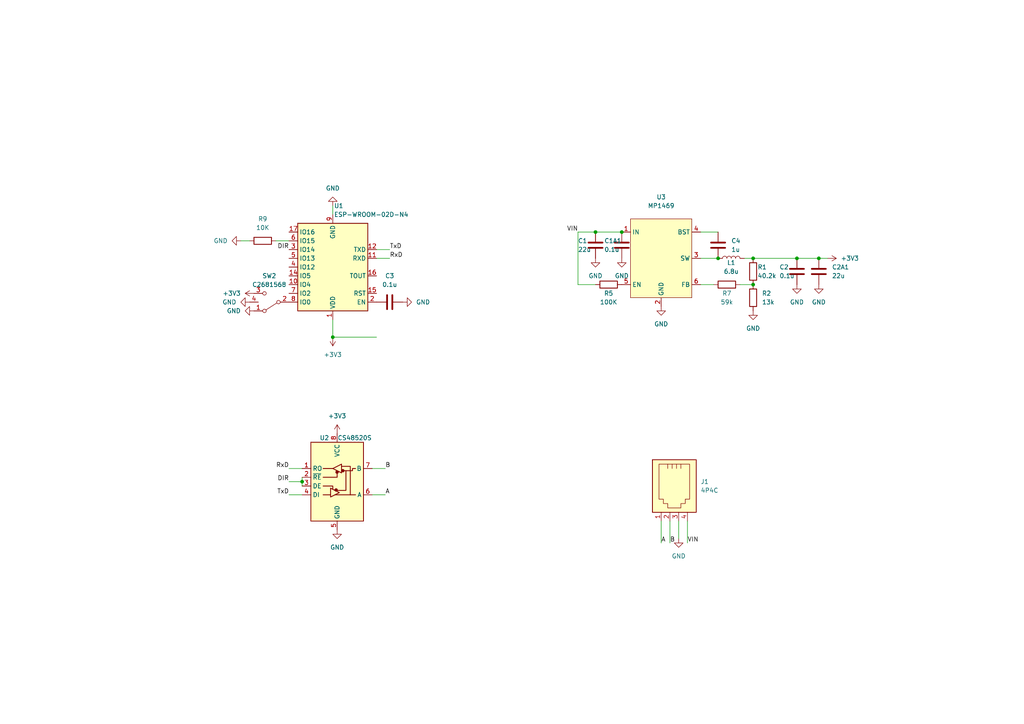
<source format=kicad_sch>
(kicad_sch (version 20230121) (generator eeschema)
  (paper "A4")
  (title_block (title "Vi-Fi") (rev "0"))
  (lib_symbols
    (symbol "Connector:4P4C" (pin_names (offset 1.016))
      (property "Reference" "J" (at -5.08 8.89 0))
      (property "Value" "4P4C" (at 2.54 8.89 0))
      (symbol "4P4C_0_1"
        (polyline (pts (xy -6.35 -0.635) (xy -5.08 -0.635) (xy -5.08 -0.635)))
        (polyline (pts (xy -6.35 0.635) (xy -5.08 0.635) (xy -5.08 0.635)))
        (polyline (pts (xy -6.35 1.905) (xy -5.08 1.905) (xy -5.08 1.905)))
        (polyline (pts (xy -6.35 3.175) (xy -5.08 3.175) (xy -5.08 3.175)))
        (polyline (pts (xy -6.35 -3.175) (xy -6.35 5.715) (xy -1.27 5.715) (xy 3.81 5.715) (xy 3.81 4.445) (xy 5.08 4.445) (xy 5.08 3.175) (xy 6.35 3.175) (xy 6.35 -0.635) (xy 5.08 -0.635) (xy 5.08 -1.905) (xy 3.81 -1.905) (xy 3.81 -3.175) (xy -6.35 -3.175) (xy -6.35 -3.175)))
        (rectangle (start 7.62 7.62) (end -7.62 -5.08) (stroke (width 0.254)) (fill (type background)))
      )
      (symbol "4P4C_1_1"
        (pin passive line (at 10.16 -2.54 180) (length 2.54) (name "~") (number "1"))
        (pin passive line (at 10.16 0 180) (length 2.54) (name "~") (number "2"))
        (pin passive line (at 10.16 2.54 180) (length 2.54) (name "~") (number "3"))
        (pin passive line (at 10.16 5.08 180) (length 2.54) (name "~") (number "4"))
      )
    )
    (symbol "Device:C" (pin_numbers hide) (pin_names (offset 0.254))
      (property "Reference" "C" (at 0.635 2.54 0))
      (property "Value" "C" (at 0.635 -2.54 0))
      (symbol "C_0_1"
        (polyline (pts (xy -2.032 -0.762) (xy 2.032 -0.762)) (stroke (width 0.508)))
        (polyline (pts (xy -2.032 0.762) (xy 2.032 0.762)) (stroke (width 0.508)))
      )
      (symbol "C_1_1"
        (pin passive line (at 0 3.81 270) (length 2.794) (name "~") (number "1"))
        (pin passive line (at 0 -3.81 90) (length 2.794) (name "~") (number "2"))
      )
    )
    (symbol "Device:L" (pin_numbers hide) (pin_names (offset 1.016) hide)
      (property "Reference" "L" (at -1.27 0 90))
      (property "Value" "L" (at 1.905 0 90))
      (symbol "L_0_1"
        (arc (start 0 -2.54) (mid 0.6323 -1.905) (end 0 -1.27))
        (arc (start 0 -1.27) (mid 0.6323 -0.635) (end 0 0))
        (arc (start 0 0) (mid 0.6323 0.635) (end 0 1.27))
        (arc (start 0 1.27) (mid 0.6323 1.905) (end 0 2.54))
      )
      (symbol "L_1_1"
        (pin passive line (at 0 3.81 270) (length 1.27) (name "1") (number "1"))
        (pin passive line (at 0 -3.81 90) (length 1.27) (name "2") (number "2"))
      )
    )
    (symbol "Device:R" (pin_numbers hide) (pin_names (offset 0))
      (property "Reference" "R" (at 2.032 0 90))
      (property "Value" "R" (at 0 0 90))
      (symbol "R_0_1"
        (rectangle (start -1.016 -2.54) (end 1.016 2.54) (stroke (width 0.254)))
      )
      (symbol "R_1_1"
        (pin passive line (at 0 3.81 270) (length 1.27) (name "~") (number "1"))
        (pin passive line (at 0 -3.81 90) (length 1.27) (name "~") (number "2"))
      )
    )
    (symbol "RF_Module:ESP-WROOM-02"
      (property "Reference" "U" (at -7.62 13.97 0))
      (property "Value" "ESP-WROOM-02" (at 10.16 13.97 0))
      (symbol "ESP-WROOM-02_0_1"
        (rectangle (start 10.16 12.7) (end -10.16 -12.7) (stroke (width 0.254)) (fill (type background)))
      )
      (symbol "ESP-WROOM-02_1_1"
        (pin power_in line (at 0 15.24 270) (length 2.54) (name "VDD") (number "1"))
        (pin bidirectional line (at 12.7 5.08 180) (length 2.54) (name "IO4") (number "10"))
        (pin bidirectional line (at -12.7 -2.54 0) (length 2.54) (name "RXD") (number "11"))
        (pin bidirectional line (at -12.7 -5.08 0) (length 2.54) (name "TXD") (number "12"))
        (pin passive line (at 0 -15.24 90) (length 2.54) hide (name "GND") (number "13"))
        (pin bidirectional line (at 12.7 2.54 180) (length 2.54) (name "IO5") (number "14"))
        (pin input line (at -12.7 7.62 0) (length 2.54) (name "RST") (number "15"))
        (pin input line (at -12.7 2.54 0) (length 2.54) (name "TOUT") (number "16"))
        (pin bidirectional line (at 12.7 -10.16 180) (length 2.54) (name "IO16") (number "17"))
        (pin passive line (at 0 -15.24 90) (length 2.54) hide (name "GND") (number "18"))
        (pin passive line (at 0 -15.24 90) (length 2.54) hide (name "GND") (number "19"))
        (pin input line (at -12.7 10.16 0) (length 2.54) (name "EN") (number "2"))
        (pin bidirectional line (at 12.7 -5.08 180) (length 2.54) (name "IO14") (number "3"))
        (pin bidirectional line (at 12.7 0 180) (length 2.54) (name "IO12") (number "4"))
        (pin bidirectional line (at 12.7 -2.54 180) (length 2.54) (name "IO13") (number "5"))
        (pin bidirectional line (at 12.7 -7.62 180) (length 2.54) (name "IO15") (number "6"))
        (pin bidirectional line (at 12.7 7.62 180) (length 2.54) (name "IO2") (number "7"))
        (pin bidirectional line (at 12.7 10.16 180) (length 2.54) (name "IO0") (number "8"))
        (pin power_in line (at 0 -15.24 90) (length 2.54) (name "GND") (number "9"))
      )
    )
    (symbol "Vi-Fi_Parts:C2681568" (pin_names (offset 0) hide)
      (property "Reference" "SW" (at 0 4.318 0))
      (property "Value" "C2681568" (at 0 -5.08 0))
      (symbol "C2681568_0_0"
        (circle (center -2.032 0) (radius 0.508))
        (circle (center 2.032 -2.54) (radius 0.508))
      )
      (symbol "C2681568_0_1"
        (polyline (pts (xy -1.524 0.254) (xy 1.651 2.286)))
        (circle (center 2.032 2.54) (radius 0.508))
      )
      (symbol "C2681568_1_1"
        (pin passive line (at 5.08 2.54 180) (length 2.54) (name "A") (number "1"))
        (pin passive line (at -5.08 0 0) (length 2.54) (name "B") (number "2"))
        (pin passive line (at 5.08 -2.54 180) (length 2.54) (name "C") (number "3"))
        (pin power_in line (at 6.35 0 180) (length 2.54) (name "GND") (number "4"))
      )
    )
    (symbol "Vi-Fi_Parts:CS48520S"
      (property "Reference" "U" (at -6.35 12.7 0))
      (property "Value" "CS48520S" (at 5.08 12.7 0))
      (symbol "CS48520S_0_1"
        (rectangle (start -7.62 11.43) (end 7.62 -11.43) (stroke (width 0.254)) (fill (type background)))
        (circle (center -0.3048 -2.413) (radius 0.3556) (stroke (width 0.254)) (fill (type outline)))
        (circle (center -0.0254 2.7686) (radius 0.3556) (stroke (width 0.254)) (fill (type outline)))
        (polyline (pts (xy -4.064 -3.81) (xy -1.905 -3.81)) (stroke (width 0.254)))
        (polyline (pts (xy -4.064 3.81) (xy -1.27 3.81)) (stroke (width 0.254)))
        (polyline (pts (xy -1.27 -1.9304) (xy -1.27 -2.1844)) (stroke (width 0.254)))
        (polyline (pts (xy -0.635 -3.81) (xy 5.334 -3.81)) (stroke (width 0.254)))
        (polyline (pts (xy -4.064 -1.27) (xy -1.27 -1.27) (xy -1.27 -1.905)) (stroke (width 0.254)))
        (polyline (pts (xy 0 2.54) (xy 0 1.27) (xy -4.064 1.27)) (stroke (width 0.254)))
        (polyline (pts (xy 1.27 4.445) (xy 3.81 4.445) (xy 3.81 -3.81)) (stroke (width 0.254)))
        (polyline (pts (xy 2.54 3.175) (xy 2.54 -2.54) (xy 0 -2.54)) (stroke (width 0.254)))
        (polyline (pts (xy -1.905 -1.905) (xy -1.905 -4.445) (xy 0.635 -3.175) (xy -1.905 -1.905)) (stroke (width 0.254)))
        (polyline (pts (xy -1.27 3.81) (xy 1.27 5.08) (xy 1.27 2.54) (xy -1.27 3.81)) (stroke (width 0.254)))
        (polyline (pts (xy 1.905 3.175) (xy 4.445 3.175) (xy 4.445 3.81) (xy 5.334 3.81)) (stroke (width 0.254)))
        (rectangle (start 1.27 4.445) (end 1.27 4.445))
        (circle (center 1.651 3.175) (radius 0.3556) (stroke (width 0.254)) (fill (type outline)))
      )
      (symbol "CS48520S_1_1"
        (pin output line (at -10.16 3.81 0) (length 2.54) (name "RO") (number "1"))
        (pin input line (at -10.16 1.27 0) (length 2.54) (name "~{RE}") (number "2"))
        (pin input line (at -10.16 -1.27 0) (length 2.54) (name "DE") (number "3"))
        (pin input line (at -10.16 -3.81 0) (length 2.54) (name "DI") (number "4"))
        (pin power_in line (at 0 -13.97 90) (length 2.54) (name "GND") (number "5"))
        (pin bidirectional line (at 10.16 -3.81 180) (length 2.54) (name "A") (number "6"))
        (pin bidirectional line (at 10.16 3.81 180) (length 2.54) (name "B") (number "7"))
        (pin power_in line (at 0 13.97 270) (length 2.54) (name "VCC") (number "8"))
      )
    )
    (symbol "Vi-Fi_Parts:MP1469"
      (property "Reference" "U" (at 0 0 0))
      (property "Value" "MP1469" (at 0 2.54 0))
      (symbol "MP1469_1_1"
        (rectangle (start -8.89 6.35) (end 8.89 -16.51) (fill (type background)))
        (pin power_in line (at -11.43 2.54 0) (length 2.54) (name "IN") (number "1"))
        (pin power_in line (at 0 -19.05 90) (length 2.54) (name "GND") (number "2"))
        (pin power_out line (at 11.43 -5.08 180) (length 2.54) (name "SW") (number "3"))
        (pin input line (at 11.43 2.54 180) (length 2.54) (name "BST") (number "4"))
        (pin input line (at -11.43 -12.7 0) (length 2.54) (name "EN") (number "5"))
        (pin input line (at 11.43 -12.7 180) (length 2.54) (name "FB") (number "6"))
      )
    )
    (symbol "power:+3V3" (power) (pin_names (offset 0))
      (property "Value" "+3V3" (at 0 3.556 0))
      (symbol "+3V3_0_1"
        (polyline (pts (xy -0.762 1.27) (xy 0 2.54)))
        (polyline (pts (xy 0 0) (xy 0 2.54)))
        (polyline (pts (xy 0 2.54) (xy 0.762 1.27)))
      )
      (symbol "+3V3_1_1"
        (pin power_in line (at 0 0 90) (length 0) hide (name "+3V3") (number "1"))
      )
    )
    (symbol "power:GND" (power) (pin_names (offset 0))
      (property "Value" "GND" (at 0 -3.81 0))
      (symbol "GND_0_1"
        (polyline (pts (xy 0 0) (xy 0 -1.27) (xy 1.27 -1.27) (xy 0 -2.54) (xy -1.27 -1.27) (xy 0 -1.27)))
      )
      (symbol "GND_1_1"
        (pin power_in line (at 0 0 270) (length 0) hide (name "GND") (number "1"))
      )
    )
  )
  (junction (at 172.72 67.31))
  (junction (at 208.28 74.93))
  (junction (at 218.44 74.93))
  (junction (at 237.49 74.93))
  (junction (at 180.34 67.31))
  (junction (at 231.14 74.93))
  (junction (at 218.44 82.55))
  (junction (at 87.63 139.7))
  (junction (at 96.52 97.79))
  (wire (pts (xy 237.49 74.93) (xy 240.03 74.93)))
  (wire (pts (xy 194.31 151.13) (xy 194.31 157.48)))
  (wire (pts (xy 109.22 74.93) (xy 113.03 74.93)))
  (wire (pts (xy 196.85 151.13) (xy 196.85 156.21)))
  (wire (pts (xy 109.22 97.79) (xy 96.52 97.79)))
  (wire (pts (xy 167.64 67.31) (xy 167.64 82.55)))
  (wire (pts (xy 199.39 151.13) (xy 199.39 157.48)))
  (wire (pts (xy 87.63 135.89) (xy 83.82 135.89)))
  (wire (pts (xy 172.72 67.31) (xy 167.64 67.31)))
  (wire (pts (xy 80.01 69.85) (xy 83.82 69.85)))
  (wire (pts (xy 96.52 59.69) (xy 96.52 62.23)))
  (wire (pts (xy 167.64 82.55) (xy 172.72 82.55)))
  (wire (pts (xy 203.2 82.55) (xy 207.01 82.55)))
  (wire (pts (xy 214.63 82.55) (xy 218.44 82.55)))
  (wire (pts (xy 191.77 151.13) (xy 191.77 157.48)))
  (wire (pts (xy 107.95 135.89) (xy 111.76 135.89)))
  (wire (pts (xy 215.9 74.93) (xy 218.44 74.93)))
  (wire (pts (xy 69.85 69.85) (xy 72.39 69.85)))
  (wire (pts (xy 203.2 67.31) (xy 208.28 67.31)))
  (wire (pts (xy 109.22 72.39) (xy 113.03 72.39)))
  (wire (pts (xy 83.82 139.7) (xy 87.63 139.7)))
  (wire (pts (xy 107.95 143.51) (xy 111.76 143.51)))
  (wire (pts (xy 172.72 67.31) (xy 180.34 67.31)))
  (wire (pts (xy 87.63 143.51) (xy 83.82 143.51)))
  (wire (pts (xy 87.63 139.7) (xy 87.63 140.97)))
  (wire (pts (xy 231.14 74.93) (xy 237.49 74.93)))
  (wire (pts (xy 218.44 74.93) (xy 231.14 74.93)))
  (wire (pts (xy 87.63 138.43) (xy 87.63 139.7)))
  (wire (pts (xy 96.52 92.71) (xy 96.52 97.79)))
  (wire (pts (xy 203.2 74.93) (xy 208.28 74.93)))
  (label "DIR" (at 83.82 139.7 180))
  (label "B" (at 111.76 135.89 0))
  (label "VIN" (at 167.64 67.31 180))
  (label "RxD" (at 83.82 135.89 180))
  (label "VIN" (at 199.39 157.48 0))
  (label "A" (at 191.77 157.48 0))
  (label "B" (at 194.31 157.48 0))
  (label "DIR" (at 83.82 72.39 180))
  (label "TxD" (at 113.03 72.39 0))
  (label "TxD" (at 83.82 143.51 180))
  (label "A" (at 111.76 143.51 0))
  (label "RxD" (at 113.03 74.93 0))
  (symbol (lib_id "Device:R") (at 218.44 86.36 0) (unit 1)
    (property "Reference" "R2" (at 220.98 85.09 0) (effects (justify left)))
    (property "Value" "13k" (at 220.98 87.63 0) (effects (justify left)))
    (property "Footprint" "Resistor_SMD:R_0603_1608Metric" (effects hide))
  )
  (symbol (lib_id "power:GND") (at 97.79 153.67 0) (unit 1)
    (property "Reference" "#PWR07" (effects hide))
    (property "Value" "GND" (at 97.79 158.75 0))
  )
  (symbol (lib_id "Device:C") (at 113.03 87.63 90) (unit 1)
    (property "Reference" "C3" (at 113.03 80.01 90))
    (property "Value" "0.1u" (at 113.03 82.55 90))
    (property "Footprint" "Capacitor_SMD:C_0603_1608Metric" (effects hide))
  )
  (symbol (lib_id "power:GND") (at 172.72 74.93 0) (unit 1)
    (property "Reference" "#PWR013" (effects hide))
    (property "Value" "GND" (at 172.72 80.01 0))
  )
  (symbol (lib_id "Device:L") (at 212.09 74.93 90) (unit 1)
    (property "Reference" "L1" (at 212.09 76.2 90))
    (property "Value" "6.8u" (at 212.09 78.74 90))
    (property "Footprint" "Vi-Fi:L_CD73" (effects hide))
  )
  (symbol (lib_id "power:GND") (at 73.66 90.17 270) (unit 1)
    (property "Reference" "#PWR04" (effects hide))
    (property "Value" "GND" (at 69.85 90.17 90) (effects (justify right)))
  )
  (symbol (lib_id "Device:C") (at 208.28 71.12 180) (unit 1)
    (property "Reference" "C4" (at 212.09 69.85 0) (effects (justify right)))
    (property "Value" "1u" (at 212.09 72.39 0) (effects (justify right)))
    (property "Footprint" "Capacitor_SMD:C_0603_1608Metric" (effects hide))
  )
  (symbol (lib_id "power:GND") (at 72.39 87.63 270) (unit 1)
    (property "Reference" "#PWR016" (effects hide))
    (property "Value" "GND" (at 68.58 87.63 90) (effects (justify right)))
  )
  (symbol (lib_id "power:+3V3") (at 240.03 74.93 270) (unit 1)
    (property "Reference" "#PWR010" (effects hide))
    (property "Value" "+3V3" (at 243.84 74.93 90) (effects (justify left)))
  )
  (symbol (lib_id "power:GND") (at 69.85 69.85 270) (unit 1)
    (property "Reference" "#PWR01" (effects hide))
    (property "Value" "GND" (at 66.04 69.85 90) (effects (justify right)))
  )
  (symbol (lib_id "power:+3V3") (at 73.66 85.09 90) (unit 1)
    (property "Reference" "#PWR015" (effects hide))
    (property "Value" "+3V3" (at 69.85 85.09 90) (effects (justify left)))
  )
  (symbol (lib_id "Device:R") (at 210.82 82.55 90) (unit 1)
    (property "Reference" "R7" (at 210.82 85.09 90))
    (property "Value" "59k" (at 210.82 87.63 90))
    (property "Footprint" "Resistor_SMD:R_0603_1608Metric" (effects hide))
  )
  (symbol (lib_id "Vi-Fi_Parts:C2681568") (at 78.74 87.63 180) (unit 1)
    (property "Reference" "SW2" (at 78.105 80.01 0))
    (property "Value" "C2681568" (at 78.105 82.55 0))
    (property "Footprint" "Vi-Fi:C2681568" (effects hide))
  )
  (symbol (lib_id "power:GND") (at 218.44 90.17 0) (unit 1)
    (property "Reference" "#PWR09" (effects hide))
    (property "Value" "GND" (at 218.44 95.25 0))
  )
  (symbol (lib_id "power:GND") (at 196.85 156.21 0) (unit 1)
    (property "Reference" "#PWR014" (effects hide))
    (property "Value" "GND" (at 196.85 161.29 0))
  )
  (symbol (lib_id "Device:C") (at 231.14 78.74 0) (unit 1)
    (property "Reference" "C2" (at 226.06 77.47 0) (effects (justify left)))
    (property "Value" "0.1u" (at 226.06 80.01 0) (effects (justify left)))
    (property "Footprint" "Capacitor_SMD:C_0603_1608Metric" (effects hide))
  )
  (symbol (lib_id "Vi-Fi_Parts:CS48520S") (at 97.79 139.7 0) (unit 1)
    (property "Reference" "U2" (at 92.71 127 0) (effects (justify left)))
    (property "Value" "CS48520S" (at 102.87 127 0))
    (property "Footprint" "Package_SO:SOIC-8_3.9x4.9mm_P1.27mm" (effects hide))
    (property "Datasheet" "http://e.chipanalog.com/web/bocupload/2023/11/21/cs485xx_datasheet_version1.00_en_20220428.pdf" (effects hide))
  )
  (symbol (lib_id "Connector:4P4C") (at 194.31 140.97 270) (unit 1)
    (property "Reference" "J1" (at 203.2 139.7 90) (effects (justify left)))
    (property "Value" "4P4C" (at 203.2 142.24 90) (effects (justify left)))
    (property "Footprint" "Connector_RJ:RJ9_Evercom_5301-440xxx_Horizontal" (effects hide))
  )
  (symbol (lib_id "Device:C") (at 180.34 71.12 0) (unit 1)
    (property "Reference" "C1A1" (at 175.26 69.85 0) (effects (justify left)))
    (property "Value" "0.1u" (at 175.26 72.39 0) (effects (justify left)))
    (property "Footprint" "Capacitor_SMD:C_0603_1608Metric" (effects hide))
  )
  (symbol (lib_id "Device:R") (at 218.44 78.74 0) (unit 1)
    (property "Reference" "R1" (at 219.71 77.47 0) (effects (justify left)))
    (property "Value" "40.2k" (at 219.71 80.01 0) (effects (justify left)))
    (property "Footprint" "Resistor_SMD:R_0603_1608Metric" (effects hide))
  )
  (symbol (lib_id "Device:R") (at 176.53 82.55 90) (unit 1)
    (property "Reference" "R5" (at 176.53 85.09 90))
    (property "Value" "100K" (at 176.53 87.63 90))
    (property "Footprint" "Resistor_SMD:R_0603_1608Metric" (effects hide))
  )
  (symbol (lib_id "power:GND") (at 116.84 87.63 90) (unit 1)
    (property "Reference" "#PWR03" (effects hide))
    (property "Value" "GND" (at 120.65 87.63 90) (effects (justify right)))
  )
  (symbol (lib_id "Device:C") (at 237.49 78.74 180) (unit 1)
    (property "Reference" "C2A1" (at 241.3 77.47 0) (effects (justify right)))
    (property "Value" "22u" (at 241.3 80.01 0) (effects (justify right)))
    (property "Footprint" "Capacitor_SMD:C_0805_2012Metric" (effects hide))
  )
  (symbol (lib_id "Vi-Fi_Parts:MP1469") (at 191.77 69.85 0) (unit 1)
    (property "Reference" "U3" (at 191.77 57.15 0))
    (property "Value" "MP1469" (at 191.77 59.69 0))
    (property "Footprint" "Package_TO_SOT_SMD:TSOT-23-6" (effects hide))
    (property "Datasheet" "https://www.monolithicpower.com/en/documentview/productdocument/index/version/2/document_type/Datasheet/lang/en/sku/MP1469/document_id/9698/" (effects hide))
  )
  (symbol (lib_id "Device:C") (at 172.72 71.12 0) (unit 1)
    (property "Reference" "C1" (at 167.64 69.85 0) (effects (justify left)))
    (property "Value" "22u" (at 167.64 72.39 0) (effects (justify left)))
    (property "Footprint" "Capacitor_SMD:C_0805_2012Metric" (effects hide))
  )
  (symbol (lib_id "power:GND") (at 191.77 88.9 0) (unit 1)
    (property "Reference" "#PWR08" (effects hide))
    (property "Value" "GND" (at 191.77 93.98 0))
  )
  (symbol (lib_id "power:GND") (at 180.34 74.93 0) (unit 1)
    (property "Reference" "#PWR012" (effects hide))
    (property "Value" "GND" (at 180.34 80.01 0))
  )
  (symbol (lib_id "Device:R") (at 76.2 69.85 90) (unit 1)
    (property "Reference" "R9" (at 76.2 63.5 90))
    (property "Value" "10K" (at 76.2 66.04 90))
    (property "Footprint" "Resistor_SMD:R_0603_1608Metric" (effects hide))
  )
  (symbol (lib_id "power:+3V3") (at 97.79 125.73 0) (unit 1)
    (property "Reference" "#PWR06" (effects hide))
    (property "Value" "+3V3" (at 97.79 120.65 0))
  )
  (symbol (lib_id "power:GND") (at 96.52 59.69 180) (unit 1)
    (property "Reference" "#PWR05" (effects hide))
    (property "Value" "GND" (at 96.52 54.61 0))
  )
  (symbol (lib_id "power:GND") (at 231.14 82.55 0) (unit 1)
    (property "Reference" "#PWR017" (effects hide))
    (property "Value" "GND" (at 231.14 87.63 0))
  )
  (symbol (lib_id "power:+3V3") (at 96.52 97.79 180) (unit 1)
    (property "Reference" "#PWR02" (effects hide))
    (property "Value" "+3V3" (at 96.52 102.87 0))
  )
  (symbol (lib_id "RF_Module:ESP-WROOM-02") (at 96.52 77.47 180) (unit 1)
    (property "Reference" "U1" (at 96.8659 59.69 0) (effects (justify right)))
    (property "Value" "ESP-WROOM-02D-N4" (at 96.8659 62.23 0) (effects (justify right)))
    (property "Footprint" "RF_Module:ESP-WROOM-02" (effects hide))
    (property "Datasheet" "https://www.espressif.com/sites/default/files/documentation/0c-esp-wroom-02_datasheet_en.pdf" (effects hide))
  )
  (symbol (lib_id "power:GND") (at 237.49 82.55 0) (unit 1)
    (property "Reference" "#PWR011" (effects hide))
    (property "Value" "GND" (at 237.49 87.63 0))
  )
)
</source>
